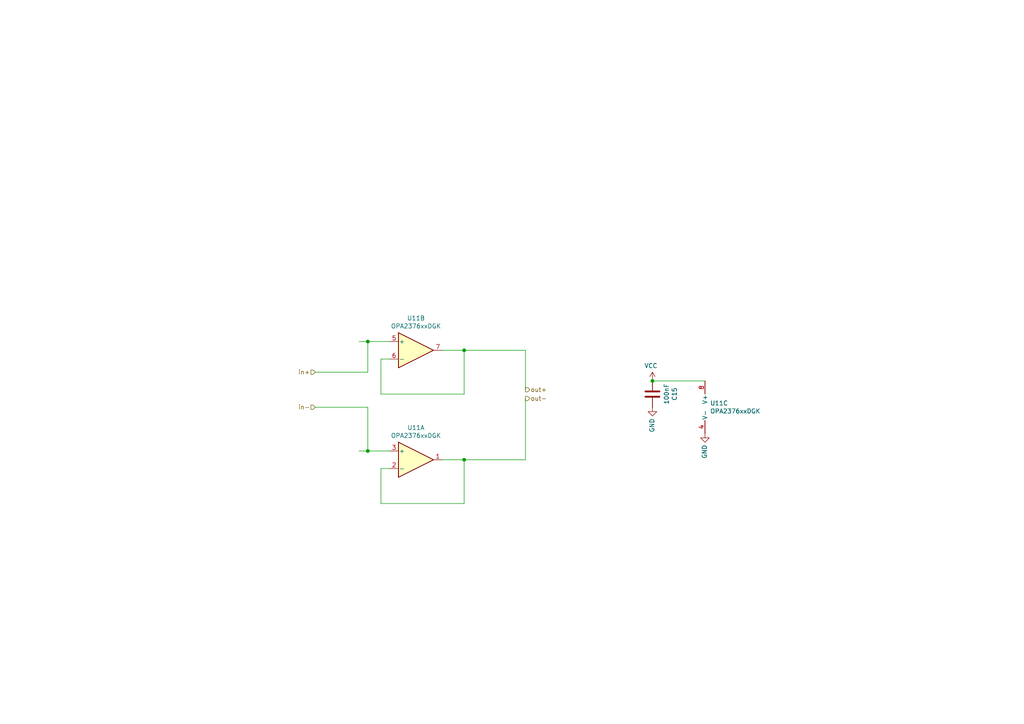
<source format=kicad_sch>
(kicad_sch (version 20211123) (generator eeschema)
  (paper "A4")
  (lib_symbols
    (symbol "0JLC-6:100nF" (pin_numbers hide) (pin_names (offset 0.254))
      (property "Reference" "C" (at 0.635 2.54 0))
      (property "Value" "100nF" (at 0.635 -2.54 0))
      (symbol "100nF_0_1"
        (polyline (pts (xy -2.032 -0.762) (xy 2.032 -0.762)) (stroke (width 0.508)))
        (polyline (pts (xy -2.032 0.762) (xy 2.032 0.762)) (stroke (width 0.508)))
      )
      (symbol "100nF_1_1"
        (pin passive line (at 0 3.81 270) (length 2.794) (name "~") (number "1"))
        (pin passive line (at 0 -3.81 90) (length 2.794) (name "~") (number "2"))
      )
    )
    (symbol "Amplifier_Operational:OPA2376xxDGK" (pin_names (offset 0.127))
      (property "Reference" "U" (at 0 5.08 0))
      (property "Value" "OPA2376xxDGK" (at 0 -5.08 0))
      (symbol "OPA2376xxDGK_1_1"
        (polyline (pts (xy -5.08 5.08) (xy 5.08 0) (xy -5.08 -5.08) (xy -5.08 5.08)) (stroke (width 0.254)) (fill (type background)))
        (pin output line (at 7.62 0 180) (length 2.54) (name "~") (number "1"))
        (pin input line (at -7.62 -2.54 0) (length 2.54) (name "-") (number "2"))
        (pin input line (at -7.62 2.54 0) (length 2.54) (name "+") (number "3"))
      )
      (symbol "OPA2376xxDGK_2_1"
        (polyline (pts (xy -5.08 5.08) (xy 5.08 0) (xy -5.08 -5.08) (xy -5.08 5.08)) (stroke (width 0.254)) (fill (type background)))
        (pin input line (at -7.62 2.54 0) (length 2.54) (name "+") (number "5"))
        (pin input line (at -7.62 -2.54 0) (length 2.54) (name "-") (number "6"))
        (pin output line (at 7.62 0 180) (length 2.54) (name "~") (number "7"))
      )
      (symbol "OPA2376xxDGK_3_1"
        (pin power_in line (at -2.54 -7.62 90) (length 3.81) (name "V-") (number "4"))
        (pin power_in line (at -2.54 7.62 270) (length 3.81) (name "V+") (number "8"))
      )
    )
    (symbol "power:GND" (power) (pin_names (offset 0))
      (property "Value" "GND" (at 0 -3.81 0))
      (symbol "GND_0_1"
        (polyline (pts (xy 0 0) (xy 0 -1.27) (xy 1.27 -1.27) (xy 0 -2.54) (xy -1.27 -1.27) (xy 0 -1.27)))
      )
      (symbol "GND_1_1"
        (pin power_in line (at 0 0 270) (length 0) hide (name "GND") (number "1"))
      )
    )
    (symbol "power:VCC" (power) (pin_names (offset 0))
      (property "Value" "VCC" (at 0 3.81 0))
      (symbol "VCC_0_1"
        (polyline (pts (xy -0.762 1.27) (xy 0 2.54)))
        (polyline (pts (xy 0 0) (xy 0 2.54)))
        (polyline (pts (xy 0 2.54) (xy 0.762 1.27)))
      )
      (symbol "VCC_1_1"
        (pin power_in line (at 0 0 90) (length 0) hide (name "VCC") (number "1"))
      )
    )
  )
  (junction (at 106.68 130.81))
  (junction (at 134.62 133.35))
  (junction (at 189.23 110.49))
  (junction (at 134.62 101.6))
  (junction (at 106.68 99.06))
  (wire (pts (xy 134.62 133.35) (xy 128.27 133.35)))
  (wire (pts (xy 134.62 101.6) (xy 152.4 101.6)))
  (wire (pts (xy 152.4 115.57) (xy 152.4 133.35)))
  (wire (pts (xy 134.62 101.6) (xy 134.62 114.3)))
  (wire (pts (xy 134.62 114.3) (xy 110.49 114.3)))
  (wire (pts (xy 106.68 99.06) (xy 104.14 99.06)))
  (wire (pts (xy 110.49 146.05) (xy 110.49 135.89)))
  (wire (pts (xy 113.03 130.81) (xy 106.68 130.81)))
  (wire (pts (xy 106.68 107.95) (xy 106.68 99.06)))
  (wire (pts (xy 134.62 146.05) (xy 110.49 146.05)))
  (wire (pts (xy 134.62 133.35) (xy 134.62 146.05)))
  (wire (pts (xy 204.47 110.49) (xy 189.23 110.49)))
  (wire (pts (xy 110.49 114.3) (xy 110.49 104.14)))
  (wire (pts (xy 106.68 130.81) (xy 106.68 118.11)))
  (wire (pts (xy 110.49 104.14) (xy 113.03 104.14)))
  (wire (pts (xy 152.4 133.35) (xy 134.62 133.35)))
  (wire (pts (xy 91.44 107.95) (xy 106.68 107.95)))
  (wire (pts (xy 128.27 101.6) (xy 134.62 101.6)))
  (wire (pts (xy 152.4 101.6) (xy 152.4 113.03)))
  (wire (pts (xy 106.68 130.81) (xy 104.14 130.81)))
  (wire (pts (xy 106.68 118.11) (xy 91.44 118.11)))
  (wire (pts (xy 110.49 135.89) (xy 113.03 135.89)))
  (wire (pts (xy 113.03 99.06) (xy 106.68 99.06)))
  (hierarchical_label "out+" (shape output) (at 152.4 113.03 0))
  (hierarchical_label "out-" (shape output) (at 152.4 115.57 0))
  (hierarchical_label "in+" (shape input) (at 91.44 107.95 180))
  (hierarchical_label "in-" (shape input) (at 91.44 118.11 180))
  (symbol (lib_id "0JLC-6:100nF") (at 189.23 114.3 0) (mirror y) (unit 1)
    (property "Reference" "C15" (at 195.6308 114.3 90))
    (property "Value" "100nF" (at 193.3194 114.3 90))
    (property "Footprint" "Capacitor_SMD:C_0603_1608Metric_Pad1.08x0.95mm_HandSolder" (effects hide))
    (property "LCSC" "C14663" (effects hide))
    (property "MPN" "CC0603KRX7R9BB104" (effects hide))
  )
  (symbol (lib_id "power:GND") (at 189.23 118.11 0) (mirror y) (unit 1)
    (property "Reference" "#PWR038" (effects hide))
    (property "Value" "GND" (at 189.103 121.3612 90) (effects (justify right)))
  )
  (symbol (lib_id "power:VCC") (at 189.23 110.49 0) (mirror y) (unit 1)
    (property "Reference" "#PWR037" (effects hide))
    (property "Value" "VCC" (at 188.7982 106.0958 0))
  )
  (symbol (lib_id "Amplifier_Operational:OPA2376xxDGK") (at 120.65 133.35 0) (unit 1)
    (property "Reference" "U11" (at 120.65 124.0282 0))
    (property "Value" "OPA2376xxDGK" (at 120.65 126.3396 0))
    (property "Footprint" "Package_SO:SOIC-8_3.9x4.9mm_P1.27mm" (effects hide))
    (property "Datasheet" "http://www.ti.com/lit/ds/symlink/opa333.pdf" (effects hide))
    (property "LCSC" "C46316" (effects hide))
    (property "MPN" "OPA2376AIDR" (effects hide))
  )
  (symbol (lib_id "Amplifier_Operational:OPA2376xxDGK") (at 120.65 101.6 0) (unit 2)
    (property "Reference" "U11" (at 120.65 92.2782 0))
    (property "Value" "OPA2376xxDGK" (at 120.65 94.5896 0))
    (property "Footprint" "Package_SO:SOIC-8_3.9x4.9mm_P1.27mm" (effects hide))
    (property "Datasheet" "http://www.ti.com/lit/ds/symlink/opa333.pdf" (effects hide))
    (property "LCSC" "C46316" (effects hide))
    (property "MPN" "OPA2376AIDR" (effects hide))
  )
  (symbol (lib_id "Amplifier_Operational:OPA2376xxDGK") (at 207.01 118.11 0) (unit 3)
    (property "Reference" "U11" (at 205.9432 116.9416 0) (effects (justify left)))
    (property "Value" "OPA2376xxDGK" (at 205.9432 119.253 0) (effects (justify left)))
    (property "Footprint" "Package_SO:SOIC-8_3.9x4.9mm_P1.27mm" (effects hide))
    (property "Datasheet" "http://www.ti.com/lit/ds/symlink/opa333.pdf" (effects hide))
    (property "LCSC" "C46316" (effects hide))
    (property "MPN" "OPA2376AIDR" (effects hide))
  )
  (symbol (lib_id "power:GND") (at 204.47 125.73 0) (mirror y) (unit 1)
    (property "Reference" "#PWR039" (effects hide))
    (property "Value" "GND" (at 204.343 128.9812 90) (effects (justify right)))
  )
)
</source>
